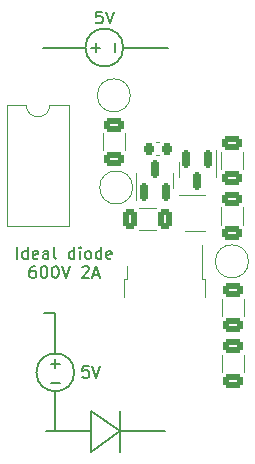
<source format=gto>
G04 #@! TF.GenerationSoftware,KiCad,Pcbnew,6.0.10*
G04 #@! TF.CreationDate,2023-01-08T03:35:34+01:00*
G04 #@! TF.ProjectId,ideal_diode,69646561-6c5f-4646-996f-64652e6b6963,rev?*
G04 #@! TF.SameCoordinates,Original*
G04 #@! TF.FileFunction,Legend,Top*
G04 #@! TF.FilePolarity,Positive*
%FSLAX46Y46*%
G04 Gerber Fmt 4.6, Leading zero omitted, Abs format (unit mm)*
G04 Created by KiCad (PCBNEW 6.0.10) date 2023-01-08 03:35:34*
%MOMM*%
%LPD*%
G01*
G04 APERTURE LIST*
G04 Aperture macros list*
%AMRoundRect*
0 Rectangle with rounded corners*
0 $1 Rounding radius*
0 $2 $3 $4 $5 $6 $7 $8 $9 X,Y pos of 4 corners*
0 Add a 4 corners polygon primitive as box body*
4,1,4,$2,$3,$4,$5,$6,$7,$8,$9,$2,$3,0*
0 Add four circle primitives for the rounded corners*
1,1,$1+$1,$2,$3*
1,1,$1+$1,$4,$5*
1,1,$1+$1,$6,$7*
1,1,$1+$1,$8,$9*
0 Add four rect primitives between the rounded corners*
20,1,$1+$1,$2,$3,$4,$5,0*
20,1,$1+$1,$4,$5,$6,$7,0*
20,1,$1+$1,$6,$7,$8,$9,0*
20,1,$1+$1,$8,$9,$2,$3,0*%
G04 Aperture macros list end*
%ADD10C,0.150000*%
%ADD11C,0.120000*%
%ADD12RoundRect,0.250000X0.625000X-0.312500X0.625000X0.312500X-0.625000X0.312500X-0.625000X-0.312500X0*%
%ADD13RoundRect,0.250000X-0.625000X0.312500X-0.625000X-0.312500X0.625000X-0.312500X0.625000X0.312500X0*%
%ADD14C,2.000000*%
%ADD15R,0.600000X0.400000*%
%ADD16C,0.800000*%
%ADD17C,6.400000*%
%ADD18RoundRect,0.250000X0.312500X0.625000X-0.312500X0.625000X-0.312500X-0.625000X0.312500X-0.625000X0*%
%ADD19RoundRect,0.150000X0.150000X-0.587500X0.150000X0.587500X-0.150000X0.587500X-0.150000X-0.587500X0*%
%ADD20RoundRect,0.225000X0.225000X0.250000X-0.225000X0.250000X-0.225000X-0.250000X0.225000X-0.250000X0*%
%ADD21R,1.250000X2.850000*%
%ADD22R,5.550000X6.500000*%
%ADD23R,1.600000X1.600000*%
%ADD24O,1.600000X1.600000*%
%ADD25RoundRect,0.150000X-0.150000X0.587500X-0.150000X-0.587500X0.150000X-0.587500X0.150000X0.587500X0*%
G04 APERTURE END LIST*
D10*
X19700000Y-16250000D02*
X23298989Y-16250000D01*
X23750000Y-47000000D02*
X26250000Y-48750000D01*
X26250000Y-48750000D02*
X30000000Y-48750000D01*
X26250000Y-48750000D02*
X23750000Y-50500000D01*
X30250000Y-16250000D02*
X26500551Y-16250000D01*
X20750000Y-42149219D02*
X20750000Y-38750000D01*
X20750000Y-45350781D02*
X20750000Y-48750000D01*
X20750000Y-38750000D02*
X19750000Y-38750000D01*
X20000000Y-48750000D02*
X23750000Y-48750000D01*
X23750000Y-47000000D02*
X23750000Y-50500000D01*
X26250000Y-47000000D02*
X26250000Y-50500000D01*
X22350781Y-43750000D02*
G75*
G03*
X22350781Y-43750000I-1600781J0D01*
G01*
X26500551Y-16250000D02*
G75*
G03*
X26500551Y-16250000I-1600781J0D01*
G01*
X20369047Y-43016428D02*
X21130952Y-43016428D01*
X20750000Y-43397380D02*
X20750000Y-42635476D01*
X20369047Y-44626428D02*
X21130952Y-44626428D01*
X24166198Y-16630952D02*
X24166198Y-15869047D01*
X24547150Y-16250000D02*
X23785246Y-16250000D01*
X25776198Y-16630952D02*
X25776198Y-15869047D01*
X17500000Y-34147380D02*
X17500000Y-33147380D01*
X18404761Y-34147380D02*
X18404761Y-33147380D01*
X18404761Y-34099761D02*
X18309523Y-34147380D01*
X18119047Y-34147380D01*
X18023809Y-34099761D01*
X17976190Y-34052142D01*
X17928571Y-33956904D01*
X17928571Y-33671190D01*
X17976190Y-33575952D01*
X18023809Y-33528333D01*
X18119047Y-33480714D01*
X18309523Y-33480714D01*
X18404761Y-33528333D01*
X19261904Y-34099761D02*
X19166666Y-34147380D01*
X18976190Y-34147380D01*
X18880952Y-34099761D01*
X18833333Y-34004523D01*
X18833333Y-33623571D01*
X18880952Y-33528333D01*
X18976190Y-33480714D01*
X19166666Y-33480714D01*
X19261904Y-33528333D01*
X19309523Y-33623571D01*
X19309523Y-33718809D01*
X18833333Y-33814047D01*
X20166666Y-34147380D02*
X20166666Y-33623571D01*
X20119047Y-33528333D01*
X20023809Y-33480714D01*
X19833333Y-33480714D01*
X19738095Y-33528333D01*
X20166666Y-34099761D02*
X20071428Y-34147380D01*
X19833333Y-34147380D01*
X19738095Y-34099761D01*
X19690476Y-34004523D01*
X19690476Y-33909285D01*
X19738095Y-33814047D01*
X19833333Y-33766428D01*
X20071428Y-33766428D01*
X20166666Y-33718809D01*
X20785714Y-34147380D02*
X20690476Y-34099761D01*
X20642857Y-34004523D01*
X20642857Y-33147380D01*
X22357142Y-34147380D02*
X22357142Y-33147380D01*
X22357142Y-34099761D02*
X22261904Y-34147380D01*
X22071428Y-34147380D01*
X21976190Y-34099761D01*
X21928571Y-34052142D01*
X21880952Y-33956904D01*
X21880952Y-33671190D01*
X21928571Y-33575952D01*
X21976190Y-33528333D01*
X22071428Y-33480714D01*
X22261904Y-33480714D01*
X22357142Y-33528333D01*
X22833333Y-34147380D02*
X22833333Y-33480714D01*
X22833333Y-33147380D02*
X22785714Y-33195000D01*
X22833333Y-33242619D01*
X22880952Y-33195000D01*
X22833333Y-33147380D01*
X22833333Y-33242619D01*
X23452380Y-34147380D02*
X23357142Y-34099761D01*
X23309523Y-34052142D01*
X23261904Y-33956904D01*
X23261904Y-33671190D01*
X23309523Y-33575952D01*
X23357142Y-33528333D01*
X23452380Y-33480714D01*
X23595238Y-33480714D01*
X23690476Y-33528333D01*
X23738095Y-33575952D01*
X23785714Y-33671190D01*
X23785714Y-33956904D01*
X23738095Y-34052142D01*
X23690476Y-34099761D01*
X23595238Y-34147380D01*
X23452380Y-34147380D01*
X24642857Y-34147380D02*
X24642857Y-33147380D01*
X24642857Y-34099761D02*
X24547619Y-34147380D01*
X24357142Y-34147380D01*
X24261904Y-34099761D01*
X24214285Y-34052142D01*
X24166666Y-33956904D01*
X24166666Y-33671190D01*
X24214285Y-33575952D01*
X24261904Y-33528333D01*
X24357142Y-33480714D01*
X24547619Y-33480714D01*
X24642857Y-33528333D01*
X25500000Y-34099761D02*
X25404761Y-34147380D01*
X25214285Y-34147380D01*
X25119047Y-34099761D01*
X25071428Y-34004523D01*
X25071428Y-33623571D01*
X25119047Y-33528333D01*
X25214285Y-33480714D01*
X25404761Y-33480714D01*
X25500000Y-33528333D01*
X25547619Y-33623571D01*
X25547619Y-33718809D01*
X25071428Y-33814047D01*
X19023809Y-34757380D02*
X18833333Y-34757380D01*
X18738095Y-34805000D01*
X18690476Y-34852619D01*
X18595238Y-34995476D01*
X18547619Y-35185952D01*
X18547619Y-35566904D01*
X18595238Y-35662142D01*
X18642857Y-35709761D01*
X18738095Y-35757380D01*
X18928571Y-35757380D01*
X19023809Y-35709761D01*
X19071428Y-35662142D01*
X19119047Y-35566904D01*
X19119047Y-35328809D01*
X19071428Y-35233571D01*
X19023809Y-35185952D01*
X18928571Y-35138333D01*
X18738095Y-35138333D01*
X18642857Y-35185952D01*
X18595238Y-35233571D01*
X18547619Y-35328809D01*
X19738095Y-34757380D02*
X19833333Y-34757380D01*
X19928571Y-34805000D01*
X19976190Y-34852619D01*
X20023809Y-34947857D01*
X20071428Y-35138333D01*
X20071428Y-35376428D01*
X20023809Y-35566904D01*
X19976190Y-35662142D01*
X19928571Y-35709761D01*
X19833333Y-35757380D01*
X19738095Y-35757380D01*
X19642857Y-35709761D01*
X19595238Y-35662142D01*
X19547619Y-35566904D01*
X19500000Y-35376428D01*
X19500000Y-35138333D01*
X19547619Y-34947857D01*
X19595238Y-34852619D01*
X19642857Y-34805000D01*
X19738095Y-34757380D01*
X20690476Y-34757380D02*
X20785714Y-34757380D01*
X20880952Y-34805000D01*
X20928571Y-34852619D01*
X20976190Y-34947857D01*
X21023809Y-35138333D01*
X21023809Y-35376428D01*
X20976190Y-35566904D01*
X20928571Y-35662142D01*
X20880952Y-35709761D01*
X20785714Y-35757380D01*
X20690476Y-35757380D01*
X20595238Y-35709761D01*
X20547619Y-35662142D01*
X20500000Y-35566904D01*
X20452380Y-35376428D01*
X20452380Y-35138333D01*
X20500000Y-34947857D01*
X20547619Y-34852619D01*
X20595238Y-34805000D01*
X20690476Y-34757380D01*
X21309523Y-34757380D02*
X21642857Y-35757380D01*
X21976190Y-34757380D01*
X23023809Y-34852619D02*
X23071428Y-34805000D01*
X23166666Y-34757380D01*
X23404761Y-34757380D01*
X23500000Y-34805000D01*
X23547619Y-34852619D01*
X23595238Y-34947857D01*
X23595238Y-35043095D01*
X23547619Y-35185952D01*
X22976190Y-35757380D01*
X23595238Y-35757380D01*
X23976190Y-35471666D02*
X24452380Y-35471666D01*
X23880952Y-35757380D02*
X24214285Y-34757380D01*
X24547619Y-35757380D01*
X24709293Y-13202380D02*
X24233103Y-13202380D01*
X24185484Y-13678571D01*
X24233103Y-13630952D01*
X24328341Y-13583333D01*
X24566436Y-13583333D01*
X24661674Y-13630952D01*
X24709293Y-13678571D01*
X24756912Y-13773809D01*
X24756912Y-14011904D01*
X24709293Y-14107142D01*
X24661674Y-14154761D01*
X24566436Y-14202380D01*
X24328341Y-14202380D01*
X24233103Y-14154761D01*
X24185484Y-14107142D01*
X25042627Y-13202380D02*
X25375960Y-14202380D01*
X25709293Y-13202380D01*
X23559523Y-43202380D02*
X23083333Y-43202380D01*
X23035714Y-43678571D01*
X23083333Y-43630952D01*
X23178571Y-43583333D01*
X23416666Y-43583333D01*
X23511904Y-43630952D01*
X23559523Y-43678571D01*
X23607142Y-43773809D01*
X23607142Y-44011904D01*
X23559523Y-44107142D01*
X23511904Y-44154761D01*
X23416666Y-44202380D01*
X23178571Y-44202380D01*
X23083333Y-44154761D01*
X23035714Y-44107142D01*
X23892857Y-43202380D02*
X24226190Y-44202380D01*
X24559523Y-43202380D01*
D11*
X34889770Y-38977064D02*
X34889770Y-37522936D01*
X36709770Y-38977064D02*
X36709770Y-37522936D01*
X26610000Y-23510436D02*
X26610000Y-24964564D01*
X24790000Y-23510436D02*
X24790000Y-24964564D01*
X37099770Y-34354770D02*
G75*
G03*
X37099770Y-34354770I-1400000J0D01*
G01*
X27299770Y-28100000D02*
G75*
G03*
X27299770Y-28100000I-1400000J0D01*
G01*
X33399770Y-28769770D02*
X31199770Y-28769770D01*
X31739770Y-31789770D02*
X33459770Y-31789770D01*
X34789770Y-25090206D02*
X34789770Y-26544334D01*
X36609770Y-25090206D02*
X36609770Y-26544334D01*
X29264334Y-31689770D02*
X27810206Y-31689770D01*
X29264334Y-29869770D02*
X27810206Y-29869770D01*
X27607270Y-27504770D02*
X27607270Y-29179770D01*
X27607270Y-27504770D02*
X27607270Y-26854770D01*
X30727270Y-27504770D02*
X30727270Y-28154770D01*
X30727270Y-27504770D02*
X30727270Y-26854770D01*
X29565580Y-24290000D02*
X29284420Y-24290000D01*
X29565580Y-25310000D02*
X29284420Y-25310000D01*
X26537270Y-35834770D02*
X26807270Y-35834770D01*
X33167270Y-35834770D02*
X33167270Y-33004770D01*
X33437270Y-35834770D02*
X33167270Y-35834770D01*
X26807270Y-35834770D02*
X26807270Y-34734770D01*
X26537270Y-37334770D02*
X26537270Y-35834770D01*
X33437270Y-37334770D02*
X33437270Y-35834770D01*
X34889770Y-43727064D02*
X34889770Y-42272936D01*
X36709770Y-43727064D02*
X36709770Y-42272936D01*
X36609770Y-29790206D02*
X36609770Y-31244334D01*
X34789770Y-29790206D02*
X34789770Y-31244334D01*
X18289770Y-21109770D02*
X16639770Y-21109770D01*
X16639770Y-21109770D02*
X16639770Y-31389770D01*
X21939770Y-31389770D02*
X21939770Y-21109770D01*
X16639770Y-31389770D02*
X21939770Y-31389770D01*
X21939770Y-21109770D02*
X20289770Y-21109770D01*
X18289770Y-21109770D02*
G75*
G03*
X20289770Y-21109770I1000000J0D01*
G01*
X31207270Y-26604770D02*
X31207270Y-25954770D01*
X34327270Y-26604770D02*
X34327270Y-24929770D01*
X31207270Y-26604770D02*
X31207270Y-27254770D01*
X34327270Y-26604770D02*
X34327270Y-27254770D01*
X27100000Y-20300000D02*
G75*
G03*
X27100000Y-20300000I-1400000J0D01*
G01*
%LPC*%
D12*
X35799770Y-39712500D03*
X35799770Y-36787500D03*
D13*
X25700000Y-22775000D03*
X25700000Y-25700000D03*
D14*
X35699770Y-34354770D03*
X25899770Y-28100000D03*
D15*
X31499770Y-29329770D03*
X31499770Y-30279770D03*
X31499770Y-31229770D03*
X33699770Y-31229770D03*
X33699770Y-29329770D03*
D16*
X33699770Y-18599770D03*
X33699770Y-13799770D03*
X32002714Y-17896826D03*
X35396826Y-14502714D03*
D17*
X33699770Y-16199770D03*
D16*
X36099770Y-16199770D03*
X35396826Y-17896826D03*
X31299770Y-16199770D03*
X32002714Y-14502714D03*
D13*
X35699770Y-24354770D03*
X35699770Y-27279770D03*
D18*
X29999770Y-30779770D03*
X27074770Y-30779770D03*
D19*
X28217270Y-28442270D03*
X30117270Y-28442270D03*
X29167270Y-26567270D03*
D20*
X30200000Y-24800000D03*
X28650000Y-24800000D03*
D21*
X32267270Y-34004770D03*
D22*
X29987270Y-40404770D03*
D21*
X27707270Y-34004770D03*
D16*
X17896826Y-17896826D03*
X16199770Y-13799770D03*
X18599770Y-16199770D03*
X17896826Y-14502714D03*
X14502714Y-14502714D03*
X14502714Y-17896826D03*
D17*
X16199770Y-16199770D03*
D16*
X16199770Y-18599770D03*
X13799770Y-16199770D03*
D12*
X35799770Y-44462500D03*
X35799770Y-41537500D03*
D16*
X17896826Y-37082714D03*
X14502714Y-40476826D03*
X16199770Y-41179770D03*
X18599770Y-38779770D03*
X14502714Y-37082714D03*
X13799770Y-38779770D03*
X17896826Y-40476826D03*
D17*
X16199770Y-38779770D03*
D16*
X16199770Y-36379770D03*
D13*
X35699770Y-29054770D03*
X35699770Y-31979770D03*
D17*
X16199770Y-48779770D03*
D16*
X16199770Y-46379770D03*
X13799770Y-48779770D03*
X17896826Y-50476826D03*
X18599770Y-48779770D03*
X16199770Y-51179770D03*
X14502714Y-50476826D03*
X17896826Y-47082714D03*
X14502714Y-47082714D03*
D23*
X15479770Y-22439770D03*
D24*
X15479770Y-30059770D03*
X23099770Y-30059770D03*
X23099770Y-24979770D03*
D25*
X33717270Y-25667270D03*
X31817270Y-25667270D03*
X32767270Y-27542270D03*
D16*
X31299770Y-48779770D03*
X32002714Y-47082714D03*
X33699770Y-46379770D03*
X33699770Y-51179770D03*
X36099770Y-48779770D03*
X35396826Y-47082714D03*
X35396826Y-50476826D03*
D17*
X33699770Y-48779770D03*
D16*
X32002714Y-50476826D03*
D14*
X25700000Y-20300000D03*
M02*

</source>
